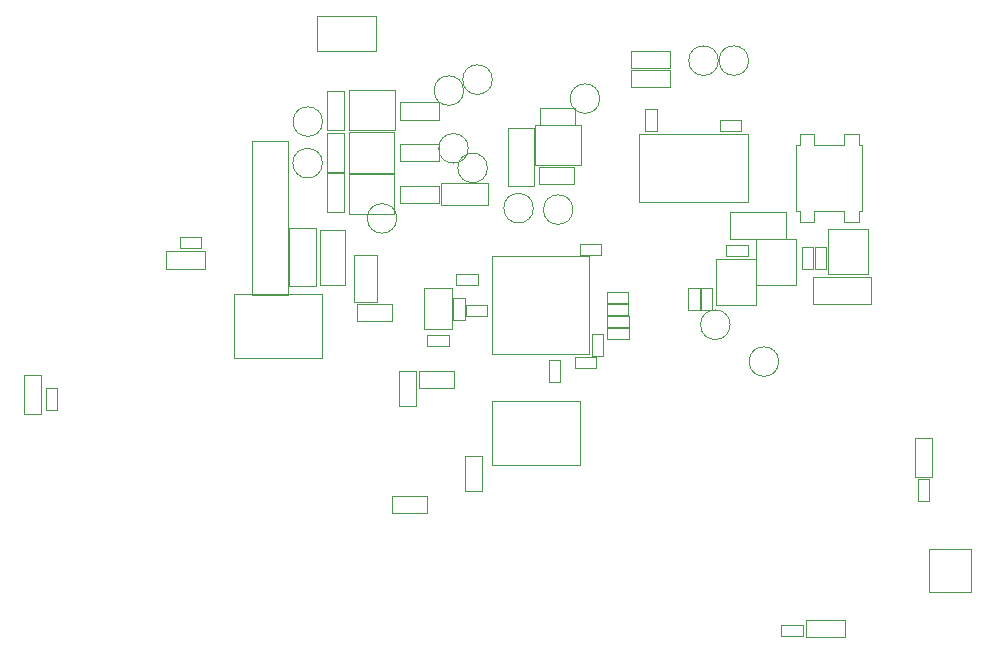
<source format=gbr>
G04 #@! TF.GenerationSoftware,KiCad,Pcbnew,7.0.2*
G04 #@! TF.CreationDate,2023-07-29T11:35:43-07:00*
G04 #@! TF.ProjectId,procon_gcc_main_pcb,70726f63-6f6e-45f6-9763-635f6d61696e,1*
G04 #@! TF.SameCoordinates,Original*
G04 #@! TF.FileFunction,Other,User*
%FSLAX46Y46*%
G04 Gerber Fmt 4.6, Leading zero omitted, Abs format (unit mm)*
G04 Created by KiCad (PCBNEW 7.0.2) date 2023-07-29 11:35:43*
%MOMM*%
%LPD*%
G01*
G04 APERTURE LIST*
%ADD10C,0.050000*%
G04 APERTURE END LIST*
D10*
X151922760Y-123754312D02*
X151922760Y-121894312D01*
X152862760Y-123754312D02*
X151922760Y-123754312D01*
X151922760Y-121894312D02*
X152862760Y-121894312D01*
X152862760Y-121894312D02*
X152862760Y-123754312D01*
X171183595Y-144004174D02*
X171183595Y-147604174D01*
X171183595Y-147604174D02*
X174783595Y-147604174D01*
X174783595Y-144004174D02*
X171183595Y-144004174D01*
X174783595Y-147604174D02*
X174783595Y-144004174D01*
X145798378Y-125144084D02*
X143938378Y-125144084D01*
X145798378Y-124204084D02*
X145798378Y-125144084D01*
X143938378Y-125144084D02*
X143938378Y-124204084D01*
X143938378Y-124204084D02*
X145798378Y-124204084D01*
X154385499Y-115424786D02*
X154385499Y-117724786D01*
X154385499Y-115424786D02*
X159085499Y-115424786D01*
X159085499Y-115424786D02*
X159085499Y-117724786D01*
X159085499Y-117724786D02*
X154385499Y-117724786D01*
X133368988Y-136073904D02*
X133368988Y-139033904D01*
X131908988Y-136073904D02*
X133368988Y-136073904D01*
X133368988Y-139033904D02*
X131908988Y-139033904D01*
X131908988Y-139033904D02*
X131908988Y-136073904D01*
X162491317Y-118364380D02*
X162491317Y-120224380D01*
X161551317Y-118364380D02*
X162491317Y-118364380D01*
X162491317Y-120224380D02*
X161551317Y-120224380D01*
X161551317Y-120224380D02*
X161551317Y-118364380D01*
X153370505Y-102616000D02*
G75*
G03*
X153370505Y-102616000I-1250000J0D01*
G01*
X170269623Y-139898477D02*
X170269623Y-138038477D01*
X171209623Y-139898477D02*
X170269623Y-139898477D01*
X170269623Y-138038477D02*
X171209623Y-138038477D01*
X171209623Y-138038477D02*
X171209623Y-139898477D01*
X143331539Y-105833876D02*
G75*
G03*
X143331539Y-105833876I-1250000J0D01*
G01*
X112380156Y-122389537D02*
X112380156Y-127789537D01*
X112380156Y-127789537D02*
X119780156Y-127789537D01*
X119780156Y-122389537D02*
X112380156Y-122389537D01*
X119780156Y-127789537D02*
X119780156Y-122389537D01*
X96047457Y-129230391D02*
X96047457Y-132530391D01*
X94587457Y-129230391D02*
X96047457Y-129230391D01*
X96047457Y-132530391D02*
X94587457Y-132530391D01*
X94587457Y-132530391D02*
X94587457Y-129230391D01*
X116900000Y-122450000D02*
X116900000Y-109450000D01*
X116900000Y-109450000D02*
X113900000Y-109450000D01*
X113900000Y-122450000D02*
X116900000Y-122450000D01*
X113900000Y-109450000D02*
X113900000Y-122450000D01*
X122122500Y-105110000D02*
X122122500Y-108510000D01*
X122122500Y-108510000D02*
X125962500Y-108510000D01*
X125962500Y-105110000D02*
X122122500Y-105110000D01*
X125962500Y-108510000D02*
X125962500Y-105110000D01*
X122110000Y-112180000D02*
X122110000Y-115580000D01*
X122110000Y-115580000D02*
X125950000Y-115580000D01*
X125950000Y-112180000D02*
X122110000Y-112180000D01*
X125950000Y-115580000D02*
X125950000Y-112180000D01*
X131150000Y-120661418D02*
X133010000Y-120661418D01*
X131150000Y-121601418D02*
X131150000Y-120661418D01*
X133010000Y-120661418D02*
X133010000Y-121601418D01*
X133010000Y-121601418D02*
X131150000Y-121601418D01*
X164100004Y-151428757D02*
X160800004Y-151428757D01*
X164100004Y-149968757D02*
X164100004Y-151428757D01*
X160800004Y-151428757D02*
X160800004Y-149968757D01*
X160800004Y-149968757D02*
X164100004Y-149968757D01*
X137772000Y-108294000D02*
X137772000Y-113194000D01*
X135532000Y-108294000D02*
X137772000Y-108294000D01*
X137772000Y-113194000D02*
X135532000Y-113194000D01*
X135532000Y-113194000D02*
X135532000Y-108294000D01*
X121674000Y-108719000D02*
X121674000Y-112019000D01*
X120214000Y-108719000D02*
X121674000Y-108719000D01*
X121674000Y-112019000D02*
X120214000Y-112019000D01*
X120214000Y-112019000D02*
X120214000Y-108719000D01*
X162653973Y-120687393D02*
X166053973Y-120687393D01*
X166053973Y-120687393D02*
X166053973Y-116847393D01*
X162653973Y-116847393D02*
X162653973Y-120687393D01*
X166053973Y-116847393D02*
X162653973Y-116847393D01*
X155298965Y-108559075D02*
X153478965Y-108559075D01*
X155298965Y-107639075D02*
X155298965Y-108559075D01*
X153478965Y-108559075D02*
X153478965Y-107639075D01*
X153478965Y-107639075D02*
X155298965Y-107639075D01*
X142420000Y-119180000D02*
X134180000Y-119180000D01*
X134180000Y-119180000D02*
X134180000Y-127420000D01*
X142420000Y-127420000D02*
X142420000Y-119180000D01*
X134180000Y-127420000D02*
X142420000Y-127420000D01*
X143580000Y-125790000D02*
X143580000Y-127610000D01*
X142660000Y-125790000D02*
X143580000Y-125790000D01*
X143580000Y-127610000D02*
X142660000Y-127610000D01*
X142660000Y-127610000D02*
X142660000Y-125790000D01*
X141064343Y-115229853D02*
G75*
G03*
X141064343Y-115229853I-1250000J0D01*
G01*
X121667000Y-112160000D02*
X121667000Y-115460000D01*
X120207000Y-112160000D02*
X121667000Y-112160000D01*
X121667000Y-115460000D02*
X120207000Y-115460000D01*
X120207000Y-115460000D02*
X120207000Y-112160000D01*
X129878718Y-112974462D02*
X129878718Y-114874462D01*
X129878718Y-112974462D02*
X133878718Y-112974462D01*
X129878718Y-114874462D02*
X133878718Y-114874462D01*
X133878718Y-112974462D02*
X133878718Y-114874462D01*
X117046000Y-121685500D02*
X117046000Y-116785500D01*
X119286000Y-121685500D02*
X117046000Y-121685500D01*
X117046000Y-116785500D02*
X119286000Y-116785500D01*
X119286000Y-116785500D02*
X119286000Y-121685500D01*
X122550000Y-123050000D02*
X124450000Y-123050000D01*
X122550000Y-123050000D02*
X122550000Y-119050000D01*
X124450000Y-123050000D02*
X124450000Y-119050000D01*
X122550000Y-119050000D02*
X124450000Y-119050000D01*
X133791612Y-124259940D02*
X131971612Y-124259940D01*
X133791612Y-123339940D02*
X133791612Y-124259940D01*
X131971612Y-124259940D02*
X131971612Y-123339940D01*
X131971612Y-123339940D02*
X133791612Y-123339940D01*
X129730000Y-114670000D02*
X126430000Y-114670000D01*
X129730000Y-113210000D02*
X129730000Y-114670000D01*
X126430000Y-114670000D02*
X126430000Y-113210000D01*
X126430000Y-113210000D02*
X129730000Y-113210000D01*
X161420598Y-118362478D02*
X161420598Y-120222478D01*
X160480598Y-118362478D02*
X161420598Y-118362478D01*
X161420598Y-120222478D02*
X160480598Y-120222478D01*
X160480598Y-120222478D02*
X160480598Y-118362478D01*
X125732999Y-139464151D02*
X128692999Y-139464151D01*
X125732999Y-140924151D02*
X125732999Y-139464151D01*
X128692999Y-139464151D02*
X128692999Y-140924151D01*
X128692999Y-140924151D02*
X125732999Y-140924151D01*
X161403973Y-120947393D02*
X166303973Y-120947393D01*
X161403973Y-123187393D02*
X161403973Y-120947393D01*
X166303973Y-120947393D02*
X166303973Y-123187393D01*
X166303973Y-123187393D02*
X161403973Y-123187393D01*
X153155499Y-123274786D02*
X156555499Y-123274786D01*
X156555499Y-123274786D02*
X156555499Y-119434786D01*
X153155499Y-119434786D02*
X153155499Y-123274786D01*
X156555499Y-119434786D02*
X153155499Y-119434786D01*
X145803475Y-126168631D02*
X143943475Y-126168631D01*
X145803475Y-125228631D02*
X145803475Y-126168631D01*
X143943475Y-126168631D02*
X143943475Y-125228631D01*
X143943475Y-125228631D02*
X145803475Y-125228631D01*
X106631309Y-118767056D02*
X109931309Y-118767056D01*
X106631309Y-120227056D02*
X106631309Y-118767056D01*
X109931309Y-118767056D02*
X109931309Y-120227056D01*
X109931309Y-120227056D02*
X106631309Y-120227056D01*
X125780000Y-124655000D02*
X122820000Y-124655000D01*
X125780000Y-123195000D02*
X125780000Y-124655000D01*
X122820000Y-124655000D02*
X122820000Y-123195000D01*
X122820000Y-123195000D02*
X125780000Y-123195000D01*
X126150940Y-115973075D02*
G75*
G03*
X126150940Y-115973075I-1250000J0D01*
G01*
X158487043Y-128094200D02*
G75*
G03*
X158487043Y-128094200I-1250000J0D01*
G01*
X127758523Y-128867529D02*
X127758523Y-131827529D01*
X126298523Y-128867529D02*
X127758523Y-128867529D01*
X127758523Y-131827529D02*
X126298523Y-131827529D01*
X126298523Y-131827529D02*
X126298523Y-128867529D01*
X147199721Y-108585507D02*
X147199721Y-106725507D01*
X148139721Y-108585507D02*
X147199721Y-108585507D01*
X147199721Y-106725507D02*
X148139721Y-106725507D01*
X148139721Y-106725507D02*
X148139721Y-108585507D01*
X130850000Y-121825000D02*
X130850000Y-125325000D01*
X128450000Y-121825000D02*
X130850000Y-121825000D01*
X130850000Y-125325000D02*
X128450000Y-125325000D01*
X128450000Y-125325000D02*
X128450000Y-121825000D01*
X141645728Y-118121565D02*
X143465728Y-118121565D01*
X141645728Y-119041565D02*
X141645728Y-118121565D01*
X143465728Y-118121565D02*
X143465728Y-119041565D01*
X143465728Y-119041565D02*
X141645728Y-119041565D01*
X119656000Y-121572000D02*
X119656000Y-116972000D01*
X121756000Y-121572000D02*
X119656000Y-121572000D01*
X119656000Y-116972000D02*
X121756000Y-116972000D01*
X121756000Y-116972000D02*
X121756000Y-121572000D01*
X131806000Y-105156000D02*
G75*
G03*
X131806000Y-105156000I-1250000J0D01*
G01*
X171468456Y-134564581D02*
X171468456Y-137864581D01*
X170008456Y-134564581D02*
X171468456Y-134564581D01*
X171468456Y-137864581D02*
X170008456Y-137864581D01*
X170008456Y-137864581D02*
X170008456Y-134564581D01*
X122110000Y-108690000D02*
X122110000Y-112090000D01*
X122110000Y-112090000D02*
X125950000Y-112090000D01*
X125950000Y-108690000D02*
X122110000Y-108690000D01*
X125950000Y-112090000D02*
X125950000Y-108690000D01*
X141728000Y-111494500D02*
X141728000Y-108094500D01*
X141728000Y-108094500D02*
X137888000Y-108094500D01*
X137888000Y-111494500D02*
X141728000Y-111494500D01*
X137888000Y-108094500D02*
X137888000Y-111494500D01*
X158715629Y-150377756D02*
X160575629Y-150377756D01*
X158715629Y-151317756D02*
X158715629Y-150377756D01*
X160575629Y-150377756D02*
X160575629Y-151317756D01*
X160575629Y-151317756D02*
X158715629Y-151317756D01*
X165260000Y-108790000D02*
X164010000Y-108790000D01*
X165260000Y-108790000D02*
X165260000Y-109740000D01*
X164010000Y-108790000D02*
X164010000Y-109740000D01*
X161510000Y-108790000D02*
X161510000Y-109740000D01*
X160260000Y-108790000D02*
X161510000Y-108790000D01*
X160260000Y-108790000D02*
X160260000Y-109740000D01*
X165560000Y-109740000D02*
X165260000Y-109740000D01*
X164010000Y-109740000D02*
X161510000Y-109740000D01*
X159960000Y-109740000D02*
X160260000Y-109740000D01*
X159960000Y-109740000D02*
X159960000Y-115340000D01*
X165560000Y-115340000D02*
X165560000Y-109740000D01*
X165560000Y-115340000D02*
X165260000Y-115340000D01*
X164010000Y-115340000D02*
X161510000Y-115340000D01*
X159960000Y-115340000D02*
X160260000Y-115340000D01*
X165260000Y-116290000D02*
X165260000Y-115340000D01*
X165260000Y-116290000D02*
X164010000Y-116290000D01*
X164010000Y-116290000D02*
X164010000Y-115340000D01*
X161510000Y-116290000D02*
X161510000Y-115340000D01*
X160260000Y-116290000D02*
X160260000Y-115340000D01*
X160260000Y-116290000D02*
X161510000Y-116290000D01*
X137709755Y-115106341D02*
G75*
G03*
X137709755Y-115106341I-1250000J0D01*
G01*
X107755401Y-117507059D02*
X109615401Y-117507059D01*
X107755401Y-118447059D02*
X107755401Y-117507059D01*
X109615401Y-117507059D02*
X109615401Y-118447059D01*
X109615401Y-118447059D02*
X107755401Y-118447059D01*
X128063394Y-128865200D02*
X131023394Y-128865200D01*
X128063394Y-130325200D02*
X128063394Y-128865200D01*
X131023394Y-128865200D02*
X131023394Y-130325200D01*
X131023394Y-130325200D02*
X128063394Y-130325200D01*
X143033255Y-128620953D02*
X141213255Y-128620953D01*
X143033255Y-127700953D02*
X143033255Y-128620953D01*
X141213255Y-128620953D02*
X141213255Y-127700953D01*
X141213255Y-127700953D02*
X143033255Y-127700953D01*
X128709756Y-125804421D02*
X130569756Y-125804421D01*
X128709756Y-126744421D02*
X128709756Y-125804421D01*
X130569756Y-125804421D02*
X130569756Y-126744421D01*
X130569756Y-126744421D02*
X128709756Y-126744421D01*
X138208000Y-111594500D02*
X141168000Y-111594500D01*
X138208000Y-113054500D02*
X138208000Y-111594500D01*
X141168000Y-111594500D02*
X141168000Y-113054500D01*
X141168000Y-113054500D02*
X138208000Y-113054500D01*
X145760000Y-124135000D02*
X143940000Y-124135000D01*
X145760000Y-123215000D02*
X145760000Y-124135000D01*
X143940000Y-124135000D02*
X143940000Y-123215000D01*
X143940000Y-123215000D02*
X145760000Y-123215000D01*
X124420000Y-98830000D02*
X119420000Y-98830000D01*
X119420000Y-98830000D02*
X119420000Y-101830000D01*
X124420000Y-101830000D02*
X124420000Y-98830000D01*
X119420000Y-101830000D02*
X124420000Y-101830000D01*
X119866369Y-107778492D02*
G75*
G03*
X119866369Y-107778492I-1250000J0D01*
G01*
X145757989Y-123125768D02*
X143937989Y-123125768D01*
X145757989Y-122205768D02*
X145757989Y-123125768D01*
X143937989Y-123125768D02*
X143937989Y-122205768D01*
X143937989Y-122205768D02*
X145757989Y-122205768D01*
X132195712Y-110042059D02*
G75*
G03*
X132195712Y-110042059I-1250000J0D01*
G01*
X156555499Y-121594786D02*
X159955499Y-121594786D01*
X159955499Y-121594786D02*
X159955499Y-117754786D01*
X156555499Y-117754786D02*
X156555499Y-121594786D01*
X159955499Y-117754786D02*
X156555499Y-117754786D01*
X129720000Y-111110000D02*
X126420000Y-111110000D01*
X129720000Y-109650000D02*
X129720000Y-111110000D01*
X126420000Y-111110000D02*
X126420000Y-109650000D01*
X126420000Y-109650000D02*
X129720000Y-109650000D01*
X119849544Y-111294833D02*
G75*
G03*
X119849544Y-111294833I-1250000J0D01*
G01*
X134222000Y-131412000D02*
X134222000Y-136812000D01*
X134222000Y-136812000D02*
X141622000Y-136812000D01*
X141622000Y-131412000D02*
X134222000Y-131412000D01*
X141622000Y-136812000D02*
X141622000Y-131412000D01*
X146621042Y-108834917D02*
X146621042Y-114554917D01*
X146621042Y-114554917D02*
X155921042Y-114554917D01*
X155921042Y-108834917D02*
X146621042Y-108834917D01*
X155921042Y-114554917D02*
X155921042Y-108834917D01*
X129730000Y-107610000D02*
X126430000Y-107610000D01*
X129730000Y-106150000D02*
X129730000Y-107610000D01*
X126430000Y-107610000D02*
X126430000Y-106150000D01*
X126430000Y-106150000D02*
X129730000Y-106150000D01*
X130950884Y-124573577D02*
X130950884Y-122713577D01*
X131890884Y-124573577D02*
X130950884Y-124573577D01*
X130950884Y-122713577D02*
X131890884Y-122713577D01*
X131890884Y-122713577D02*
X131890884Y-124573577D01*
X97403652Y-130322363D02*
X97403652Y-132182363D01*
X96463652Y-130322363D02*
X97403652Y-130322363D01*
X97403652Y-132182363D02*
X96463652Y-132182363D01*
X96463652Y-132182363D02*
X96463652Y-130322363D01*
X141213000Y-108074500D02*
X138253000Y-108074500D01*
X141213000Y-106614500D02*
X141213000Y-108074500D01*
X138253000Y-108074500D02*
X138253000Y-106614500D01*
X138253000Y-106614500D02*
X141213000Y-106614500D01*
X121660000Y-105230000D02*
X121660000Y-108530000D01*
X120200000Y-105230000D02*
X121660000Y-105230000D01*
X121660000Y-108530000D02*
X120200000Y-108530000D01*
X120200000Y-108530000D02*
X120200000Y-105230000D01*
X155895499Y-119154786D02*
X154035499Y-119154786D01*
X155895499Y-118214786D02*
X155895499Y-119154786D01*
X154035499Y-119154786D02*
X154035499Y-118214786D01*
X154035499Y-118214786D02*
X155895499Y-118214786D01*
X155936000Y-102616000D02*
G75*
G03*
X155936000Y-102616000I-1250000J0D01*
G01*
X134230418Y-104222421D02*
G75*
G03*
X134230418Y-104222421I-1250000J0D01*
G01*
X145950000Y-101820000D02*
X149250000Y-101820000D01*
X145950000Y-103280000D02*
X145950000Y-101820000D01*
X149250000Y-101820000D02*
X149250000Y-103280000D01*
X149250000Y-103280000D02*
X145950000Y-103280000D01*
X151784832Y-121888704D02*
X151784832Y-123748704D01*
X150844832Y-121888704D02*
X151784832Y-121888704D01*
X151784832Y-123748704D02*
X150844832Y-123748704D01*
X150844832Y-123748704D02*
X150844832Y-121888704D01*
X154369831Y-124976430D02*
G75*
G03*
X154369831Y-124976430I-1250000J0D01*
G01*
X145950000Y-103420000D02*
X149250000Y-103420000D01*
X145950000Y-104880000D02*
X145950000Y-103420000D01*
X149250000Y-103420000D02*
X149250000Y-104880000D01*
X149250000Y-104880000D02*
X145950000Y-104880000D01*
X133821909Y-111701320D02*
G75*
G03*
X133821909Y-111701320I-1250000J0D01*
G01*
X139943009Y-127965944D02*
X139943009Y-129825944D01*
X139003009Y-127965944D02*
X139943009Y-127965944D01*
X139943009Y-129825944D02*
X139003009Y-129825944D01*
X139003009Y-129825944D02*
X139003009Y-127965944D01*
M02*

</source>
